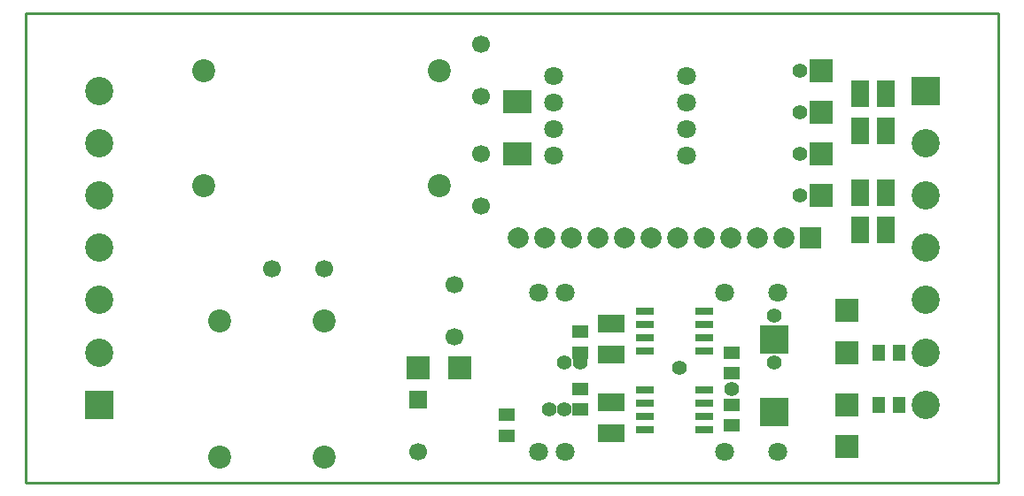
<source format=gbs>
G04 Layer_Color=16711935*
%FSLAX42Y42*%
%MOMM*%
G71*
G01*
G75*
%ADD15C,0.25*%
%ADD22C,1.80*%
%ADD36R,2.20X2.20*%
%ADD37C,1.70*%
%ADD38R,1.70X1.70*%
%ADD39C,2.20*%
%ADD40C,2.70*%
%ADD41R,2.70X2.70*%
%ADD42R,2.00X2.00*%
%ADD43C,2.00*%
%ADD44C,1.40*%
%ADD45R,2.70X2.20*%
%ADD46R,2.20X2.20*%
%ADD47R,2.60X1.80*%
%ADD48R,1.60X1.20*%
%ADD49R,1.70X0.80*%
%ADD50R,2.80X2.70*%
%ADD51R,1.20X1.60*%
%ADD52R,1.70X2.60*%
D15*
X0Y0D02*
Y4500D01*
X9300D01*
Y0D02*
Y4500D01*
X0Y0D02*
X9300D01*
D22*
X4904Y300D02*
D03*
X5158D02*
D03*
X7190D02*
D03*
Y1824D02*
D03*
X6682D02*
D03*
Y300D02*
D03*
X5158Y1824D02*
D03*
X4904D02*
D03*
X6320Y3900D02*
D03*
Y3646D02*
D03*
Y3392D02*
D03*
Y3138D02*
D03*
X5050D02*
D03*
Y3392D02*
D03*
Y3646D02*
D03*
Y3900D02*
D03*
D36*
X4150Y1100D02*
D03*
X3750D02*
D03*
D37*
Y300D02*
D03*
X2850Y2050D02*
D03*
X2350D02*
D03*
X4100Y1400D02*
D03*
Y1900D02*
D03*
X4350Y3150D02*
D03*
Y2650D02*
D03*
Y3700D02*
D03*
Y4200D02*
D03*
D38*
X3750Y800D02*
D03*
D39*
X3950Y2850D02*
D03*
X1700D02*
D03*
X3950Y3950D02*
D03*
X1700D02*
D03*
X2850Y1550D02*
D03*
X1850D02*
D03*
X2850Y250D02*
D03*
X1850D02*
D03*
D40*
X700Y1750D02*
D03*
Y1250D02*
D03*
Y2250D02*
D03*
Y2750D02*
D03*
Y3250D02*
D03*
Y3750D02*
D03*
X8600Y2750D02*
D03*
Y3250D02*
D03*
Y2250D02*
D03*
Y1750D02*
D03*
Y1250D02*
D03*
Y750D02*
D03*
D41*
X700D02*
D03*
X8600Y3750D02*
D03*
D42*
X7500Y2350D02*
D03*
D43*
X7246D02*
D03*
X6992D02*
D03*
X6738D02*
D03*
X6484D02*
D03*
X6230D02*
D03*
X5468D02*
D03*
X5722D02*
D03*
X5976D02*
D03*
X4706D02*
D03*
X4960D02*
D03*
X5214D02*
D03*
D44*
X7150Y1150D02*
D03*
X6250Y1100D02*
D03*
X5150Y700D02*
D03*
Y1150D02*
D03*
X5000Y700D02*
D03*
X5300Y1150D02*
D03*
X6750Y900D02*
D03*
X7400Y3950D02*
D03*
Y3550D02*
D03*
Y3150D02*
D03*
Y2750D02*
D03*
X7150Y1600D02*
D03*
D45*
X4700Y3650D02*
D03*
Y3150D02*
D03*
D46*
X7600Y3550D02*
D03*
Y3950D02*
D03*
Y2750D02*
D03*
Y3150D02*
D03*
X7850Y750D02*
D03*
Y350D02*
D03*
Y1250D02*
D03*
Y1650D02*
D03*
D47*
X5600Y1225D02*
D03*
Y1525D02*
D03*
Y775D02*
D03*
Y475D02*
D03*
D48*
X4600Y450D02*
D03*
Y650D02*
D03*
X5300Y1250D02*
D03*
Y1450D02*
D03*
Y900D02*
D03*
Y700D02*
D03*
X6750Y750D02*
D03*
Y550D02*
D03*
Y1250D02*
D03*
Y1050D02*
D03*
D49*
X6486Y1260D02*
D03*
Y1386D02*
D03*
Y1514D02*
D03*
Y1641D02*
D03*
X5914D02*
D03*
Y1514D02*
D03*
Y1386D02*
D03*
Y1260D02*
D03*
Y509D02*
D03*
Y636D02*
D03*
Y764D02*
D03*
Y890D02*
D03*
X6486D02*
D03*
Y764D02*
D03*
Y636D02*
D03*
Y509D02*
D03*
D50*
X7150Y675D02*
D03*
Y1375D02*
D03*
D51*
X8350Y1250D02*
D03*
X8150D02*
D03*
X8350Y750D02*
D03*
X8150D02*
D03*
D52*
X7975Y3725D02*
D03*
X8225D02*
D03*
Y3375D02*
D03*
X7975D02*
D03*
Y2775D02*
D03*
X8225D02*
D03*
Y2425D02*
D03*
X7975D02*
D03*
M02*

</source>
